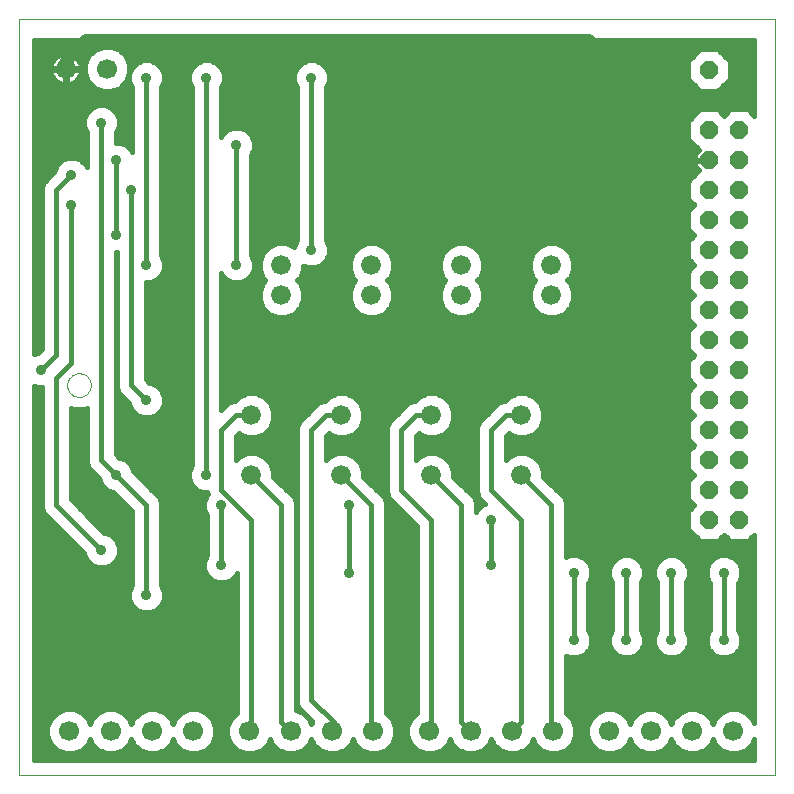
<source format=gbl>
G75*
G70*
%OFA0B0*%
%FSLAX24Y24*%
%IPPOS*%
%LPD*%
%AMOC8*
5,1,8,0,0,1.08239X$1,22.5*
%
%ADD10C,0.0000*%
%ADD11OC8,0.0594*%
%ADD12C,0.0669*%
%ADD13C,0.0660*%
%ADD14C,0.0356*%
%ADD15C,0.0400*%
%ADD16C,0.0160*%
%ADD17OC8,0.0591*%
D10*
X000101Y000101D02*
X000101Y025298D01*
X025298Y025298D01*
X025298Y000101D01*
X000101Y000101D01*
X001707Y013101D02*
X001709Y013140D01*
X001715Y013179D01*
X001725Y013217D01*
X001738Y013254D01*
X001755Y013289D01*
X001775Y013323D01*
X001799Y013354D01*
X001826Y013383D01*
X001855Y013409D01*
X001887Y013432D01*
X001921Y013452D01*
X001957Y013468D01*
X001994Y013480D01*
X002033Y013489D01*
X002072Y013494D01*
X002111Y013495D01*
X002150Y013492D01*
X002189Y013485D01*
X002226Y013474D01*
X002263Y013460D01*
X002298Y013442D01*
X002331Y013421D01*
X002362Y013396D01*
X002390Y013369D01*
X002415Y013339D01*
X002437Y013306D01*
X002456Y013272D01*
X002471Y013236D01*
X002483Y013198D01*
X002491Y013160D01*
X002495Y013121D01*
X002495Y013081D01*
X002491Y013042D01*
X002483Y013004D01*
X002471Y012966D01*
X002456Y012930D01*
X002437Y012896D01*
X002415Y012863D01*
X002390Y012833D01*
X002362Y012806D01*
X002331Y012781D01*
X002298Y012760D01*
X002263Y012742D01*
X002226Y012728D01*
X002189Y012717D01*
X002150Y012710D01*
X002111Y012707D01*
X002072Y012708D01*
X002033Y012713D01*
X001994Y012722D01*
X001957Y012734D01*
X001921Y012750D01*
X001887Y012770D01*
X001855Y012793D01*
X001826Y012819D01*
X001799Y012848D01*
X001775Y012879D01*
X001755Y012913D01*
X001738Y012948D01*
X001725Y012985D01*
X001715Y013023D01*
X001709Y013062D01*
X001707Y013101D01*
D11*
X023101Y012601D03*
X023101Y013601D03*
X023101Y014601D03*
X023101Y015601D03*
X023101Y016601D03*
X023101Y017601D03*
X023101Y018601D03*
X023101Y019601D03*
X023101Y020601D03*
X023101Y021601D03*
X024101Y021601D03*
X024101Y020601D03*
X024101Y019601D03*
X024101Y018601D03*
X024101Y017601D03*
X024101Y016601D03*
X024101Y015601D03*
X024101Y014601D03*
X024101Y013601D03*
X024101Y012601D03*
X024101Y011601D03*
X024101Y010601D03*
X024101Y009601D03*
X024101Y008601D03*
X023101Y008601D03*
X023101Y009601D03*
X023101Y010601D03*
X023101Y011601D03*
D12*
X022540Y001561D03*
X021162Y001561D03*
X019784Y001561D03*
X017918Y001561D03*
X016540Y001561D03*
X015162Y001561D03*
X013784Y001561D03*
X011918Y001561D03*
X010540Y001561D03*
X009162Y001561D03*
X007784Y001561D03*
X005918Y001561D03*
X004540Y001561D03*
X003162Y001561D03*
X001784Y001561D03*
X001662Y023640D03*
X003040Y023640D03*
X023918Y001561D03*
D13*
X016851Y010101D03*
X016851Y012101D03*
X013851Y012101D03*
X013851Y010101D03*
X010851Y010101D03*
X010851Y012101D03*
X007851Y012101D03*
X007851Y010101D03*
X008851Y016101D03*
X008851Y017101D03*
X011851Y017101D03*
X011851Y016101D03*
X014851Y016101D03*
X014851Y017101D03*
X017851Y017101D03*
X017851Y016101D03*
D14*
X020101Y020601D03*
X009851Y023351D03*
X007351Y021101D03*
X006351Y023351D03*
X004351Y023351D03*
X002851Y021851D03*
X003351Y020601D03*
X003851Y019601D03*
X003351Y018101D03*
X004351Y017101D03*
X005351Y018101D03*
X007351Y017101D03*
X009851Y017601D03*
X004351Y012601D03*
X003351Y010101D03*
X005351Y009101D03*
X006351Y010101D03*
X006851Y009101D03*
X006851Y007101D03*
X004351Y006101D03*
X002851Y007601D03*
X000851Y013601D03*
X001851Y019101D03*
X001851Y020101D03*
X011101Y009101D03*
X011101Y006851D03*
X015851Y007101D03*
X015851Y008601D03*
X018601Y006851D03*
X020351Y006851D03*
X021851Y006851D03*
X023601Y006851D03*
X023601Y004601D03*
X021851Y004601D03*
X020351Y004601D03*
X018601Y004601D03*
X019851Y009601D03*
D15*
X020101Y009601D01*
X020101Y020601D01*
X020101Y023601D01*
X019101Y024601D01*
X002351Y024601D01*
X001662Y023912D01*
X001662Y023640D01*
D16*
X001690Y023612D02*
X001690Y023668D01*
X002176Y023668D01*
X002176Y023681D01*
X002164Y023761D01*
X002139Y023838D01*
X002102Y023910D01*
X002054Y023975D01*
X001997Y024033D01*
X001932Y024080D01*
X001859Y024117D01*
X001782Y024142D01*
X001702Y024155D01*
X001690Y024155D01*
X001690Y023669D01*
X001633Y023669D01*
X001633Y024155D01*
X001621Y024155D01*
X001541Y024142D01*
X001464Y024117D01*
X001392Y024080D01*
X001327Y024033D01*
X001269Y023975D01*
X001222Y023910D01*
X001185Y023838D01*
X001160Y023761D01*
X001147Y023681D01*
X001147Y023668D01*
X001633Y023668D01*
X001633Y023612D01*
X001147Y023612D01*
X001147Y023600D01*
X001160Y023520D01*
X001185Y023443D01*
X001222Y023370D01*
X001269Y023305D01*
X001327Y023248D01*
X001392Y023200D01*
X001464Y023163D01*
X001541Y023138D01*
X001621Y023126D01*
X001633Y023126D01*
X001633Y023612D01*
X001690Y023612D01*
X002176Y023612D01*
X002176Y023600D01*
X002164Y023520D01*
X002139Y023443D01*
X002102Y023370D01*
X002054Y023305D01*
X001997Y023248D01*
X001932Y023200D01*
X001859Y023163D01*
X001782Y023138D01*
X001702Y023126D01*
X001690Y023126D01*
X001690Y023612D01*
X001690Y023565D02*
X001633Y023565D01*
X001633Y023407D02*
X001690Y023407D01*
X001690Y023248D02*
X001633Y023248D01*
X001326Y023248D02*
X000601Y023248D01*
X000601Y023090D02*
X002551Y023090D01*
X002624Y023017D02*
X002417Y023224D01*
X002305Y023494D01*
X002305Y023786D01*
X002417Y024056D01*
X002624Y024263D01*
X002894Y024375D01*
X003186Y024375D01*
X003456Y024263D01*
X003663Y024056D01*
X003774Y023786D01*
X003774Y023494D01*
X003663Y023224D01*
X003456Y023017D01*
X003186Y022906D01*
X002894Y022906D01*
X002624Y023017D01*
X002832Y022931D02*
X000601Y022931D01*
X000601Y022772D02*
X003871Y022772D01*
X003871Y022614D02*
X000601Y022614D01*
X000601Y022455D02*
X003871Y022455D01*
X003871Y022297D02*
X003222Y022297D01*
X003178Y022341D02*
X002966Y022429D01*
X002736Y022429D01*
X002523Y022341D01*
X002361Y022178D01*
X002273Y021966D01*
X002273Y021736D01*
X002361Y021523D01*
X002371Y021513D01*
X002371Y020356D01*
X002341Y020428D01*
X002178Y020591D01*
X001966Y020679D01*
X001736Y020679D01*
X001523Y020591D01*
X001361Y020428D01*
X001273Y020216D01*
X001273Y020201D01*
X001079Y020008D01*
X000944Y019873D01*
X000871Y019696D01*
X000871Y014300D01*
X000750Y014179D01*
X000736Y014179D01*
X000601Y014123D01*
X000601Y024601D01*
X024601Y024601D01*
X024601Y022086D01*
X024389Y022298D01*
X023812Y022298D01*
X023601Y022086D01*
X023389Y022298D01*
X022812Y022298D01*
X022404Y021889D01*
X022404Y021312D01*
X022771Y020945D01*
X022624Y020798D01*
X022624Y020619D01*
X023082Y020619D01*
X023082Y020582D01*
X022624Y020582D01*
X022624Y020403D01*
X022771Y020256D01*
X022404Y019889D01*
X022404Y019312D01*
X022615Y019101D01*
X022404Y018889D01*
X022404Y018312D01*
X022615Y018101D01*
X022404Y017889D01*
X022404Y017312D01*
X022615Y017101D01*
X022404Y016889D01*
X022404Y016312D01*
X022615Y016101D01*
X022404Y015889D01*
X022404Y015312D01*
X022615Y015101D01*
X022404Y014889D01*
X022404Y014312D01*
X022615Y014101D01*
X022404Y013889D01*
X022404Y013312D01*
X022615Y013101D01*
X022404Y012889D01*
X022404Y012312D01*
X022615Y012101D01*
X022404Y011889D01*
X022404Y011312D01*
X022615Y011101D01*
X022404Y010889D01*
X022404Y010312D01*
X022615Y010101D01*
X022404Y009889D01*
X022404Y009312D01*
X022615Y009101D01*
X022404Y008889D01*
X022404Y008312D01*
X022812Y007904D01*
X023389Y007904D01*
X023601Y008115D01*
X023812Y007904D01*
X024389Y007904D01*
X024601Y008115D01*
X024601Y001832D01*
X024540Y001978D01*
X024334Y002184D01*
X024064Y002296D01*
X023772Y002296D01*
X023502Y002184D01*
X023295Y001978D01*
X023229Y001818D01*
X023163Y001978D01*
X022956Y002184D01*
X022686Y002296D01*
X022394Y002296D01*
X022124Y002184D01*
X021917Y001978D01*
X021851Y001818D01*
X021785Y001978D01*
X021578Y002184D01*
X021308Y002296D01*
X021016Y002296D01*
X020746Y002184D01*
X020539Y001978D01*
X020473Y001818D01*
X020407Y001978D01*
X020200Y002184D01*
X019930Y002296D01*
X019638Y002296D01*
X019368Y002184D01*
X019161Y001978D01*
X019049Y001708D01*
X019049Y001415D01*
X019161Y001145D01*
X019368Y000939D01*
X019638Y000827D01*
X019930Y000827D01*
X020200Y000939D01*
X020407Y001145D01*
X020473Y001305D01*
X020539Y001145D01*
X020746Y000939D01*
X021016Y000827D01*
X021308Y000827D01*
X021578Y000939D01*
X021785Y001145D01*
X021851Y001305D01*
X021917Y001145D01*
X022124Y000939D01*
X022394Y000827D01*
X022686Y000827D01*
X022956Y000939D01*
X023163Y001145D01*
X023229Y001305D01*
X023295Y001145D01*
X023502Y000939D01*
X023772Y000827D01*
X024064Y000827D01*
X024334Y000939D01*
X024540Y001145D01*
X024601Y001291D01*
X024601Y000601D01*
X000601Y000601D01*
X000601Y013079D01*
X000736Y013023D01*
X000871Y013023D01*
X000871Y009005D01*
X000944Y008829D01*
X001079Y008694D01*
X002273Y007500D01*
X002273Y007486D01*
X002361Y007273D01*
X002523Y007111D01*
X002736Y007023D01*
X002966Y007023D01*
X003178Y007111D01*
X003341Y007273D01*
X003429Y007486D01*
X003429Y007716D01*
X003341Y007928D01*
X003178Y008091D01*
X002966Y008179D01*
X002951Y008179D01*
X001831Y009300D01*
X001831Y012354D01*
X001943Y012307D01*
X002259Y012307D01*
X002371Y012354D01*
X002371Y010505D01*
X002444Y010329D01*
X002579Y010194D01*
X002773Y010000D01*
X002773Y009986D01*
X002861Y009773D01*
X003023Y009611D01*
X003236Y009523D01*
X003250Y009523D01*
X003871Y008902D01*
X003871Y006438D01*
X003861Y006428D01*
X003773Y006216D01*
X003773Y005986D01*
X003861Y005773D01*
X004023Y005611D01*
X004236Y005523D01*
X004466Y005523D01*
X004678Y005611D01*
X004841Y005773D01*
X004929Y005986D01*
X004929Y006216D01*
X004841Y006428D01*
X004831Y006438D01*
X004831Y009196D01*
X004758Y009373D01*
X004623Y009508D01*
X003929Y010201D01*
X003929Y010216D01*
X003841Y010428D01*
X003678Y010591D01*
X003466Y010679D01*
X003451Y010679D01*
X003331Y010800D01*
X003331Y017523D01*
X003371Y017523D01*
X003371Y013005D01*
X003444Y012829D01*
X003579Y012694D01*
X003773Y012500D01*
X003773Y012486D01*
X003861Y012273D01*
X004023Y012111D01*
X004236Y012023D01*
X004466Y012023D01*
X004678Y012111D01*
X004841Y012273D01*
X004929Y012486D01*
X004929Y012716D01*
X004841Y012928D01*
X004678Y013091D01*
X004466Y013179D01*
X004451Y013179D01*
X004331Y013300D01*
X004331Y016523D01*
X004466Y016523D01*
X004678Y016611D01*
X004841Y016773D01*
X004929Y016986D01*
X004929Y017216D01*
X004841Y017428D01*
X004831Y017438D01*
X004831Y023013D01*
X004841Y023023D01*
X004929Y023236D01*
X004929Y023466D01*
X004841Y023678D01*
X004678Y023841D01*
X004466Y023929D01*
X004236Y023929D01*
X004023Y023841D01*
X003861Y023678D01*
X003773Y023466D01*
X003773Y023236D01*
X003861Y023023D01*
X003871Y023013D01*
X003871Y020856D01*
X003841Y020928D01*
X003678Y021091D01*
X003466Y021179D01*
X003331Y021179D01*
X003331Y021513D01*
X003341Y021523D01*
X003429Y021736D01*
X003429Y021966D01*
X003341Y022178D01*
X003178Y022341D01*
X003357Y022138D02*
X003871Y022138D01*
X003871Y021980D02*
X003423Y021980D01*
X003429Y021821D02*
X003871Y021821D01*
X003871Y021663D02*
X003399Y021663D01*
X003331Y021504D02*
X003871Y021504D01*
X003871Y021346D02*
X003331Y021346D01*
X003331Y021187D02*
X003871Y021187D01*
X003871Y021029D02*
X003741Y021029D01*
X003865Y020870D02*
X003871Y020870D01*
X003351Y020601D02*
X003351Y018101D01*
X003331Y017382D02*
X003371Y017382D01*
X003371Y017223D02*
X003331Y017223D01*
X003331Y017065D02*
X003371Y017065D01*
X003371Y016906D02*
X003331Y016906D01*
X003331Y016748D02*
X003371Y016748D01*
X003371Y016589D02*
X003331Y016589D01*
X003331Y016431D02*
X003371Y016431D01*
X003371Y016272D02*
X003331Y016272D01*
X003331Y016114D02*
X003371Y016114D01*
X003371Y015955D02*
X003331Y015955D01*
X003331Y015797D02*
X003371Y015797D01*
X003371Y015638D02*
X003331Y015638D01*
X003331Y015479D02*
X003371Y015479D01*
X003371Y015321D02*
X003331Y015321D01*
X003331Y015162D02*
X003371Y015162D01*
X003371Y015004D02*
X003331Y015004D01*
X003331Y014845D02*
X003371Y014845D01*
X003371Y014687D02*
X003331Y014687D01*
X003331Y014528D02*
X003371Y014528D01*
X003371Y014370D02*
X003331Y014370D01*
X003331Y014211D02*
X003371Y014211D01*
X003371Y014053D02*
X003331Y014053D01*
X003331Y013894D02*
X003371Y013894D01*
X003371Y013736D02*
X003331Y013736D01*
X003331Y013577D02*
X003371Y013577D01*
X003371Y013418D02*
X003331Y013418D01*
X003331Y013260D02*
X003371Y013260D01*
X003371Y013101D02*
X003331Y013101D01*
X003331Y012943D02*
X003397Y012943D01*
X003331Y012784D02*
X003488Y012784D01*
X003331Y012626D02*
X003647Y012626D01*
X003780Y012467D02*
X003331Y012467D01*
X003331Y012309D02*
X003846Y012309D01*
X003984Y012150D02*
X003331Y012150D01*
X003331Y011992D02*
X005871Y011992D01*
X005871Y012150D02*
X004718Y012150D01*
X004855Y012309D02*
X005871Y012309D01*
X005871Y012467D02*
X004921Y012467D01*
X004929Y012626D02*
X005871Y012626D01*
X005871Y012784D02*
X004901Y012784D01*
X004826Y012943D02*
X005871Y012943D01*
X005871Y013101D02*
X004653Y013101D01*
X004370Y013260D02*
X005871Y013260D01*
X005871Y013418D02*
X004331Y013418D01*
X004331Y013577D02*
X005871Y013577D01*
X005871Y013736D02*
X004331Y013736D01*
X004331Y013894D02*
X005871Y013894D01*
X005871Y014053D02*
X004331Y014053D01*
X004331Y014211D02*
X005871Y014211D01*
X005871Y014370D02*
X004331Y014370D01*
X004331Y014528D02*
X005871Y014528D01*
X005871Y014687D02*
X004331Y014687D01*
X004331Y014845D02*
X005871Y014845D01*
X005871Y015004D02*
X004331Y015004D01*
X004331Y015162D02*
X005871Y015162D01*
X005871Y015321D02*
X004331Y015321D01*
X004331Y015479D02*
X005871Y015479D01*
X005871Y015638D02*
X004331Y015638D01*
X004331Y015797D02*
X005871Y015797D01*
X005871Y015955D02*
X004331Y015955D01*
X004331Y016114D02*
X005871Y016114D01*
X005871Y016272D02*
X004331Y016272D01*
X004331Y016431D02*
X005871Y016431D01*
X005871Y016589D02*
X004627Y016589D01*
X004815Y016748D02*
X005871Y016748D01*
X005871Y016906D02*
X004896Y016906D01*
X004929Y017065D02*
X005871Y017065D01*
X005871Y017223D02*
X004926Y017223D01*
X004860Y017382D02*
X005871Y017382D01*
X005871Y017541D02*
X004831Y017541D01*
X004831Y017699D02*
X005871Y017699D01*
X005871Y017858D02*
X004831Y017858D01*
X004831Y018016D02*
X005871Y018016D01*
X005871Y018175D02*
X004831Y018175D01*
X004831Y018333D02*
X005871Y018333D01*
X005871Y018492D02*
X004831Y018492D01*
X004831Y018650D02*
X005871Y018650D01*
X005871Y018809D02*
X004831Y018809D01*
X004831Y018967D02*
X005871Y018967D01*
X005871Y019126D02*
X004831Y019126D01*
X004831Y019285D02*
X005871Y019285D01*
X005871Y019443D02*
X004831Y019443D01*
X004831Y019602D02*
X005871Y019602D01*
X005871Y019760D02*
X004831Y019760D01*
X004831Y019919D02*
X005871Y019919D01*
X005871Y020077D02*
X004831Y020077D01*
X004831Y020236D02*
X005871Y020236D01*
X005871Y020394D02*
X004831Y020394D01*
X004831Y020553D02*
X005871Y020553D01*
X005871Y020711D02*
X004831Y020711D01*
X004831Y020870D02*
X005871Y020870D01*
X005871Y021029D02*
X004831Y021029D01*
X004831Y021187D02*
X005871Y021187D01*
X005871Y021346D02*
X004831Y021346D01*
X004831Y021504D02*
X005871Y021504D01*
X005871Y021663D02*
X004831Y021663D01*
X004831Y021821D02*
X005871Y021821D01*
X005871Y021980D02*
X004831Y021980D01*
X004831Y022138D02*
X005871Y022138D01*
X005871Y022297D02*
X004831Y022297D01*
X004831Y022455D02*
X005871Y022455D01*
X005871Y022614D02*
X004831Y022614D01*
X004831Y022772D02*
X005871Y022772D01*
X005871Y022931D02*
X004831Y022931D01*
X004868Y023090D02*
X005833Y023090D01*
X005861Y023023D02*
X005871Y023013D01*
X005871Y010438D01*
X005861Y010428D01*
X005773Y010216D01*
X005773Y009986D01*
X005861Y009773D01*
X006023Y009611D01*
X006236Y009523D01*
X006371Y009523D01*
X006371Y009505D01*
X006390Y009458D01*
X006361Y009428D01*
X006273Y009216D01*
X006273Y008986D01*
X006361Y008773D01*
X006371Y008763D01*
X006371Y007438D01*
X006361Y007428D01*
X006273Y007216D01*
X006273Y006986D01*
X006361Y006773D01*
X006523Y006611D01*
X006736Y006523D01*
X006966Y006523D01*
X007178Y006611D01*
X007341Y006773D01*
X007371Y006846D01*
X007371Y002185D01*
X007368Y002184D01*
X007161Y001978D01*
X007049Y001708D01*
X007049Y001415D01*
X007161Y001145D01*
X007368Y000939D01*
X007638Y000827D01*
X007930Y000827D01*
X008200Y000939D01*
X008407Y001145D01*
X008473Y001305D01*
X008539Y001145D01*
X008746Y000939D01*
X009016Y000827D01*
X009308Y000827D01*
X009578Y000939D01*
X009785Y001145D01*
X009851Y001305D01*
X009917Y001145D01*
X010124Y000939D01*
X010394Y000827D01*
X010686Y000827D01*
X010956Y000939D01*
X011163Y001145D01*
X011229Y001305D01*
X011295Y001145D01*
X011502Y000939D01*
X011772Y000827D01*
X012064Y000827D01*
X012334Y000939D01*
X012540Y001145D01*
X012652Y001415D01*
X012652Y001708D01*
X012540Y001978D01*
X012334Y002184D01*
X012331Y002185D01*
X012331Y009196D01*
X012258Y009373D01*
X012123Y009508D01*
X011581Y010050D01*
X011581Y010246D01*
X011470Y010514D01*
X011264Y010720D01*
X010996Y010831D01*
X010706Y010831D01*
X010437Y010720D01*
X010331Y010613D01*
X010331Y011402D01*
X010424Y011495D01*
X010437Y011482D01*
X010706Y011371D01*
X010996Y011371D01*
X011264Y011482D01*
X011470Y011687D01*
X011581Y011956D01*
X011581Y012246D01*
X011470Y012514D01*
X011264Y012720D01*
X010996Y012831D01*
X010706Y012831D01*
X010437Y012720D01*
X010298Y012581D01*
X010255Y012581D01*
X010079Y012508D01*
X009444Y011873D01*
X009371Y011696D01*
X009371Y011505D01*
X009371Y002693D01*
X009369Y002689D01*
X009371Y002598D01*
X009371Y002505D01*
X009372Y002502D01*
X009372Y002498D01*
X009409Y002414D01*
X009444Y002329D01*
X009446Y002326D01*
X009448Y002323D01*
X009513Y002259D01*
X009579Y002194D01*
X009582Y002192D01*
X009884Y001899D01*
X009851Y001818D01*
X009785Y001978D01*
X009578Y002184D01*
X009331Y002287D01*
X009331Y009196D01*
X009258Y009373D01*
X009123Y009508D01*
X008581Y010050D01*
X008581Y010246D01*
X008470Y010514D01*
X008264Y010720D01*
X007996Y010831D01*
X007706Y010831D01*
X007437Y010720D01*
X007331Y010613D01*
X007331Y011402D01*
X007424Y011495D01*
X007437Y011482D01*
X007706Y011371D01*
X007996Y011371D01*
X008264Y011482D01*
X008470Y011687D01*
X008581Y011956D01*
X008581Y012246D01*
X008470Y012514D01*
X008264Y012720D01*
X007996Y012831D01*
X007706Y012831D01*
X007437Y012720D01*
X007298Y012581D01*
X007255Y012581D01*
X007079Y012508D01*
X006831Y012260D01*
X006831Y016846D01*
X006861Y016773D01*
X007023Y016611D01*
X007236Y016523D01*
X007466Y016523D01*
X007678Y016611D01*
X007841Y016773D01*
X007929Y016986D01*
X007929Y017216D01*
X007841Y017428D01*
X007831Y017438D01*
X007831Y020763D01*
X007841Y020773D01*
X007929Y020986D01*
X007929Y021216D01*
X007841Y021428D01*
X007678Y021591D01*
X007466Y021679D01*
X007236Y021679D01*
X007023Y021591D01*
X006861Y021428D01*
X006831Y021356D01*
X006831Y023013D01*
X006841Y023023D01*
X006929Y023236D01*
X006929Y023466D01*
X006841Y023678D01*
X006678Y023841D01*
X006466Y023929D01*
X006236Y023929D01*
X006023Y023841D01*
X005861Y023678D01*
X005773Y023466D01*
X005773Y023236D01*
X005861Y023023D01*
X005773Y023248D02*
X004929Y023248D01*
X004929Y023407D02*
X005773Y023407D01*
X005814Y023565D02*
X004888Y023565D01*
X004795Y023724D02*
X005906Y023724D01*
X006123Y023882D02*
X004578Y023882D01*
X004123Y023882D02*
X003735Y023882D01*
X003774Y023724D02*
X003906Y023724D01*
X003814Y023565D02*
X003774Y023565D01*
X003773Y023407D02*
X003738Y023407D01*
X003773Y023248D02*
X003672Y023248D01*
X003528Y023090D02*
X003833Y023090D01*
X003871Y022931D02*
X003247Y022931D01*
X002407Y023248D02*
X001998Y023248D01*
X002120Y023407D02*
X002341Y023407D01*
X002305Y023565D02*
X002171Y023565D01*
X002170Y023724D02*
X002305Y023724D01*
X002345Y023882D02*
X002116Y023882D01*
X001986Y024041D02*
X002411Y024041D01*
X002560Y024199D02*
X000601Y024199D01*
X000601Y024041D02*
X001338Y024041D01*
X001208Y023882D02*
X000601Y023882D01*
X000601Y023724D02*
X001154Y023724D01*
X001153Y023565D02*
X000601Y023565D01*
X000601Y023407D02*
X001203Y023407D01*
X001633Y023724D02*
X001690Y023724D01*
X001690Y023882D02*
X001633Y023882D01*
X001633Y024041D02*
X001690Y024041D01*
X000601Y024358D02*
X002853Y024358D01*
X003227Y024358D02*
X024601Y024358D01*
X024601Y024516D02*
X000601Y024516D01*
X000601Y022297D02*
X002479Y022297D01*
X002344Y022138D02*
X000601Y022138D01*
X000601Y021980D02*
X002279Y021980D01*
X002273Y021821D02*
X000601Y021821D01*
X000601Y021663D02*
X002303Y021663D01*
X002371Y021504D02*
X000601Y021504D01*
X000601Y021346D02*
X002371Y021346D01*
X002371Y021187D02*
X000601Y021187D01*
X000601Y021029D02*
X002371Y021029D01*
X002371Y020870D02*
X000601Y020870D01*
X000601Y020711D02*
X002371Y020711D01*
X002371Y020553D02*
X002216Y020553D01*
X002355Y020394D02*
X002371Y020394D01*
X001851Y020101D02*
X001351Y019601D01*
X001351Y014101D01*
X000851Y013601D01*
X001351Y013351D02*
X001851Y013851D01*
X001851Y019101D01*
X000871Y019126D02*
X000601Y019126D01*
X000601Y019285D02*
X000871Y019285D01*
X000871Y019443D02*
X000601Y019443D01*
X000601Y019602D02*
X000871Y019602D01*
X000897Y019760D02*
X000601Y019760D01*
X000601Y019919D02*
X000990Y019919D01*
X001148Y020077D02*
X000601Y020077D01*
X000601Y020236D02*
X001281Y020236D01*
X001347Y020394D02*
X000601Y020394D01*
X000601Y020553D02*
X001485Y020553D01*
X000871Y018967D02*
X000601Y018967D01*
X000601Y018809D02*
X000871Y018809D01*
X000871Y018650D02*
X000601Y018650D01*
X000601Y018492D02*
X000871Y018492D01*
X000871Y018333D02*
X000601Y018333D01*
X000601Y018175D02*
X000871Y018175D01*
X000871Y018016D02*
X000601Y018016D01*
X000601Y017858D02*
X000871Y017858D01*
X000871Y017699D02*
X000601Y017699D01*
X000601Y017541D02*
X000871Y017541D01*
X000871Y017382D02*
X000601Y017382D01*
X000601Y017223D02*
X000871Y017223D01*
X000871Y017065D02*
X000601Y017065D01*
X000601Y016906D02*
X000871Y016906D01*
X000871Y016748D02*
X000601Y016748D01*
X000601Y016589D02*
X000871Y016589D01*
X000871Y016431D02*
X000601Y016431D01*
X000601Y016272D02*
X000871Y016272D01*
X000871Y016114D02*
X000601Y016114D01*
X000601Y015955D02*
X000871Y015955D01*
X000871Y015797D02*
X000601Y015797D01*
X000601Y015638D02*
X000871Y015638D01*
X000871Y015479D02*
X000601Y015479D01*
X000601Y015321D02*
X000871Y015321D01*
X000871Y015162D02*
X000601Y015162D01*
X000601Y015004D02*
X000871Y015004D01*
X000871Y014845D02*
X000601Y014845D01*
X000601Y014687D02*
X000871Y014687D01*
X000871Y014528D02*
X000601Y014528D01*
X000601Y014370D02*
X000871Y014370D01*
X000782Y014211D02*
X000601Y014211D01*
X001351Y013351D02*
X001351Y009101D01*
X002851Y007601D01*
X003303Y007235D02*
X003871Y007235D01*
X003871Y007077D02*
X003096Y007077D01*
X003391Y007394D02*
X003871Y007394D01*
X003871Y007552D02*
X003429Y007552D01*
X003429Y007711D02*
X003871Y007711D01*
X003871Y007869D02*
X003365Y007869D01*
X003241Y008028D02*
X003871Y008028D01*
X003871Y008186D02*
X002944Y008186D01*
X002785Y008345D02*
X003871Y008345D01*
X003871Y008504D02*
X002627Y008504D01*
X002468Y008662D02*
X003871Y008662D01*
X003871Y008821D02*
X002310Y008821D01*
X002151Y008979D02*
X003794Y008979D01*
X003635Y009138D02*
X001993Y009138D01*
X001834Y009296D02*
X003476Y009296D01*
X003318Y009455D02*
X001831Y009455D01*
X001831Y009613D02*
X003021Y009613D01*
X002862Y009772D02*
X001831Y009772D01*
X001831Y009930D02*
X002796Y009930D01*
X002684Y010089D02*
X001831Y010089D01*
X001831Y010248D02*
X002525Y010248D01*
X002412Y010406D02*
X001831Y010406D01*
X001831Y010565D02*
X002371Y010565D01*
X002371Y010723D02*
X001831Y010723D01*
X001831Y010882D02*
X002371Y010882D01*
X002371Y011040D02*
X001831Y011040D01*
X001831Y011199D02*
X002371Y011199D01*
X002371Y011357D02*
X001831Y011357D01*
X001831Y011516D02*
X002371Y011516D01*
X002371Y011674D02*
X001831Y011674D01*
X001831Y011833D02*
X002371Y011833D01*
X002371Y011992D02*
X001831Y011992D01*
X001831Y012150D02*
X002371Y012150D01*
X002371Y012309D02*
X002262Y012309D01*
X001939Y012309D02*
X001831Y012309D01*
X000871Y012309D02*
X000601Y012309D01*
X000601Y012467D02*
X000871Y012467D01*
X000871Y012626D02*
X000601Y012626D01*
X000601Y012784D02*
X000871Y012784D01*
X000871Y012943D02*
X000601Y012943D01*
X000601Y012150D02*
X000871Y012150D01*
X000871Y011992D02*
X000601Y011992D01*
X000601Y011833D02*
X000871Y011833D01*
X000871Y011674D02*
X000601Y011674D01*
X000601Y011516D02*
X000871Y011516D01*
X000871Y011357D02*
X000601Y011357D01*
X000601Y011199D02*
X000871Y011199D01*
X000871Y011040D02*
X000601Y011040D01*
X000601Y010882D02*
X000871Y010882D01*
X000871Y010723D02*
X000601Y010723D01*
X000601Y010565D02*
X000871Y010565D01*
X000871Y010406D02*
X000601Y010406D01*
X000601Y010248D02*
X000871Y010248D01*
X000871Y010089D02*
X000601Y010089D01*
X000601Y009930D02*
X000871Y009930D01*
X000871Y009772D02*
X000601Y009772D01*
X000601Y009613D02*
X000871Y009613D01*
X000871Y009455D02*
X000601Y009455D01*
X000601Y009296D02*
X000871Y009296D01*
X000871Y009138D02*
X000601Y009138D01*
X000601Y008979D02*
X000882Y008979D01*
X000952Y008821D02*
X000601Y008821D01*
X000601Y008662D02*
X001111Y008662D01*
X001269Y008504D02*
X000601Y008504D01*
X000601Y008345D02*
X001428Y008345D01*
X001586Y008186D02*
X000601Y008186D01*
X000601Y008028D02*
X001745Y008028D01*
X001903Y007869D02*
X000601Y007869D01*
X000601Y007711D02*
X002062Y007711D01*
X002220Y007552D02*
X000601Y007552D01*
X000601Y007394D02*
X002311Y007394D01*
X002399Y007235D02*
X000601Y007235D01*
X000601Y007077D02*
X002605Y007077D01*
X003801Y006284D02*
X000601Y006284D01*
X000601Y006443D02*
X003871Y006443D01*
X003871Y006601D02*
X000601Y006601D01*
X000601Y006760D02*
X003871Y006760D01*
X003871Y006918D02*
X000601Y006918D01*
X000601Y006125D02*
X003773Y006125D01*
X003780Y005967D02*
X000601Y005967D01*
X000601Y005808D02*
X003846Y005808D01*
X003984Y005650D02*
X000601Y005650D01*
X000601Y005491D02*
X007371Y005491D01*
X007371Y005333D02*
X000601Y005333D01*
X000601Y005174D02*
X007371Y005174D01*
X007371Y005016D02*
X000601Y005016D01*
X000601Y004857D02*
X007371Y004857D01*
X007371Y004699D02*
X000601Y004699D01*
X000601Y004540D02*
X007371Y004540D01*
X007371Y004381D02*
X000601Y004381D01*
X000601Y004223D02*
X007371Y004223D01*
X007371Y004064D02*
X000601Y004064D01*
X000601Y003906D02*
X007371Y003906D01*
X007371Y003747D02*
X000601Y003747D01*
X000601Y003589D02*
X007371Y003589D01*
X007371Y003430D02*
X000601Y003430D01*
X000601Y003272D02*
X007371Y003272D01*
X007371Y003113D02*
X000601Y003113D01*
X000601Y002955D02*
X007371Y002955D01*
X007371Y002796D02*
X000601Y002796D01*
X000601Y002637D02*
X007371Y002637D01*
X007371Y002479D02*
X000601Y002479D01*
X000601Y002320D02*
X007371Y002320D01*
X007345Y002162D02*
X006356Y002162D01*
X006334Y002184D02*
X006064Y002296D01*
X005772Y002296D01*
X005502Y002184D01*
X005295Y001978D01*
X005229Y001818D01*
X005163Y001978D01*
X004956Y002184D01*
X004686Y002296D01*
X004394Y002296D01*
X004124Y002184D01*
X003917Y001978D01*
X003851Y001818D01*
X003785Y001978D01*
X003578Y002184D01*
X003308Y002296D01*
X003016Y002296D01*
X002746Y002184D01*
X002539Y001978D01*
X002473Y001818D01*
X002407Y001978D01*
X002200Y002184D01*
X001930Y002296D01*
X001638Y002296D01*
X001368Y002184D01*
X001161Y001978D01*
X001049Y001708D01*
X001049Y001415D01*
X001161Y001145D01*
X001368Y000939D01*
X001638Y000827D01*
X001930Y000827D01*
X002200Y000939D01*
X002407Y001145D01*
X002473Y001305D01*
X002539Y001145D01*
X002746Y000939D01*
X003016Y000827D01*
X003308Y000827D01*
X003578Y000939D01*
X003785Y001145D01*
X003851Y001305D01*
X003917Y001145D01*
X004124Y000939D01*
X004394Y000827D01*
X004686Y000827D01*
X004956Y000939D01*
X005163Y001145D01*
X005229Y001305D01*
X005295Y001145D01*
X005502Y000939D01*
X005772Y000827D01*
X006064Y000827D01*
X006334Y000939D01*
X006540Y001145D01*
X006652Y001415D01*
X006652Y001708D01*
X006540Y001978D01*
X006334Y002184D01*
X006515Y002003D02*
X007187Y002003D01*
X007106Y001845D02*
X006596Y001845D01*
X006652Y001686D02*
X007049Y001686D01*
X007049Y001528D02*
X006652Y001528D01*
X006633Y001369D02*
X007068Y001369D01*
X007134Y001211D02*
X006568Y001211D01*
X006447Y001052D02*
X007254Y001052D01*
X007477Y000894D02*
X006225Y000894D01*
X005610Y000894D02*
X004847Y000894D01*
X005069Y001052D02*
X005388Y001052D01*
X005268Y001211D02*
X005190Y001211D01*
X005218Y001845D02*
X005240Y001845D01*
X005321Y002003D02*
X005137Y002003D01*
X004978Y002162D02*
X005479Y002162D01*
X004101Y002162D02*
X003600Y002162D01*
X003759Y002003D02*
X003943Y002003D01*
X003862Y001845D02*
X003840Y001845D01*
X003812Y001211D02*
X003890Y001211D01*
X004010Y001052D02*
X003691Y001052D01*
X003469Y000894D02*
X004232Y000894D01*
X002855Y000894D02*
X002091Y000894D01*
X002313Y001052D02*
X002632Y001052D01*
X002512Y001211D02*
X002434Y001211D01*
X002462Y001845D02*
X002484Y001845D01*
X002565Y002003D02*
X002381Y002003D01*
X002222Y002162D02*
X002723Y002162D01*
X001345Y002162D02*
X000601Y002162D01*
X000601Y002003D02*
X001187Y002003D01*
X001106Y001845D02*
X000601Y001845D01*
X000601Y001686D02*
X001049Y001686D01*
X001049Y001528D02*
X000601Y001528D01*
X000601Y001369D02*
X001068Y001369D01*
X001134Y001211D02*
X000601Y001211D01*
X000601Y001052D02*
X001254Y001052D01*
X001477Y000894D02*
X000601Y000894D01*
X000601Y000735D02*
X024601Y000735D01*
X024601Y000894D02*
X024225Y000894D01*
X024447Y001052D02*
X024601Y001052D01*
X024601Y001211D02*
X024568Y001211D01*
X024596Y001845D02*
X024601Y001845D01*
X024601Y002003D02*
X024515Y002003D01*
X024601Y002162D02*
X024356Y002162D01*
X024601Y002320D02*
X018331Y002320D01*
X018331Y002185D02*
X018331Y004087D01*
X018486Y004023D01*
X018716Y004023D01*
X018928Y004111D01*
X019091Y004273D01*
X019179Y004486D01*
X019179Y004716D01*
X019091Y004928D01*
X019081Y004938D01*
X019081Y006513D01*
X019091Y006523D01*
X019179Y006736D01*
X019179Y006966D01*
X019091Y007178D01*
X018928Y007341D01*
X018716Y007429D01*
X018486Y007429D01*
X018331Y007365D01*
X018331Y009196D01*
X018258Y009373D01*
X018123Y009508D01*
X017581Y010050D01*
X017581Y010246D01*
X017470Y010514D01*
X017264Y010720D01*
X016996Y010831D01*
X016706Y010831D01*
X016437Y010720D01*
X016331Y010613D01*
X016331Y011402D01*
X016424Y011495D01*
X016437Y011482D01*
X016706Y011371D01*
X016996Y011371D01*
X017264Y011482D01*
X017470Y011687D01*
X017581Y011956D01*
X017581Y012246D01*
X017470Y012514D01*
X017264Y012720D01*
X016996Y012831D01*
X016706Y012831D01*
X016437Y012720D01*
X016298Y012581D01*
X016255Y012581D01*
X016079Y012508D01*
X015579Y012008D01*
X015444Y011873D01*
X015371Y011696D01*
X015371Y009696D01*
X015371Y009505D01*
X015444Y009329D01*
X015635Y009137D01*
X015523Y009091D01*
X015361Y008928D01*
X015331Y008856D01*
X015331Y009196D01*
X015258Y009373D01*
X015123Y009508D01*
X014581Y010050D01*
X014581Y010246D01*
X014470Y010514D01*
X014264Y010720D01*
X013996Y010831D01*
X013706Y010831D01*
X013437Y010720D01*
X013331Y010613D01*
X013331Y011402D01*
X013424Y011495D01*
X013437Y011482D01*
X013706Y011371D01*
X013996Y011371D01*
X014264Y011482D01*
X014470Y011687D01*
X014581Y011956D01*
X014581Y012246D01*
X014470Y012514D01*
X014264Y012720D01*
X013996Y012831D01*
X013706Y012831D01*
X013437Y012720D01*
X013298Y012581D01*
X013255Y012581D01*
X013079Y012508D01*
X012579Y012008D01*
X012444Y011873D01*
X012371Y011696D01*
X012371Y009696D01*
X012371Y009505D01*
X012444Y009329D01*
X013371Y008402D01*
X013371Y002185D01*
X013368Y002184D01*
X013161Y001978D01*
X013049Y001708D01*
X013049Y001415D01*
X013161Y001145D01*
X013368Y000939D01*
X013638Y000827D01*
X013930Y000827D01*
X014200Y000939D01*
X014407Y001145D01*
X014473Y001305D01*
X014539Y001145D01*
X014746Y000939D01*
X015016Y000827D01*
X015308Y000827D01*
X015578Y000939D01*
X015785Y001145D01*
X015851Y001305D01*
X015917Y001145D01*
X016124Y000939D01*
X016394Y000827D01*
X016686Y000827D01*
X016956Y000939D01*
X017163Y001145D01*
X017229Y001305D01*
X017295Y001145D01*
X017502Y000939D01*
X017772Y000827D01*
X018064Y000827D01*
X018334Y000939D01*
X018540Y001145D01*
X018652Y001415D01*
X018652Y001708D01*
X018540Y001978D01*
X018334Y002184D01*
X018331Y002185D01*
X018356Y002162D02*
X019345Y002162D01*
X019187Y002003D02*
X018515Y002003D01*
X018596Y001845D02*
X019106Y001845D01*
X019049Y001686D02*
X018652Y001686D01*
X018652Y001528D02*
X019049Y001528D01*
X019068Y001369D02*
X018633Y001369D01*
X018568Y001211D02*
X019134Y001211D01*
X019254Y001052D02*
X018447Y001052D01*
X018225Y000894D02*
X019477Y000894D01*
X020091Y000894D02*
X020855Y000894D01*
X020632Y001052D02*
X020313Y001052D01*
X020434Y001211D02*
X020512Y001211D01*
X020484Y001845D02*
X020462Y001845D01*
X020381Y002003D02*
X020565Y002003D01*
X020723Y002162D02*
X020222Y002162D01*
X021469Y000894D02*
X022232Y000894D01*
X022010Y001052D02*
X021691Y001052D01*
X021812Y001211D02*
X021890Y001211D01*
X021862Y001845D02*
X021840Y001845D01*
X021759Y002003D02*
X021943Y002003D01*
X022101Y002162D02*
X021600Y002162D01*
X022978Y002162D02*
X023479Y002162D01*
X023321Y002003D02*
X023137Y002003D01*
X023218Y001845D02*
X023240Y001845D01*
X023268Y001211D02*
X023190Y001211D01*
X023069Y001052D02*
X023388Y001052D01*
X023610Y000894D02*
X022847Y000894D01*
X024601Y002479D02*
X018331Y002479D01*
X018331Y002637D02*
X024601Y002637D01*
X024601Y002796D02*
X018331Y002796D01*
X018331Y002955D02*
X024601Y002955D01*
X024601Y003113D02*
X018331Y003113D01*
X018331Y003272D02*
X024601Y003272D01*
X024601Y003430D02*
X018331Y003430D01*
X018331Y003589D02*
X024601Y003589D01*
X024601Y003747D02*
X018331Y003747D01*
X018331Y003906D02*
X024601Y003906D01*
X024601Y004064D02*
X023816Y004064D01*
X023716Y004023D02*
X023486Y004023D01*
X023273Y004111D01*
X023111Y004273D01*
X023023Y004486D01*
X023023Y004716D01*
X023111Y004928D01*
X023121Y004938D01*
X023121Y006513D01*
X023111Y006523D01*
X023023Y006736D01*
X023023Y006966D01*
X023111Y007178D01*
X023273Y007341D01*
X023486Y007429D01*
X023716Y007429D01*
X023928Y007341D01*
X024091Y007178D01*
X024179Y006966D01*
X024179Y006736D01*
X024091Y006523D01*
X024081Y006513D01*
X024081Y004938D01*
X024091Y004928D01*
X024179Y004716D01*
X024179Y004486D01*
X024091Y004273D01*
X023928Y004111D01*
X023716Y004023D01*
X023385Y004064D02*
X022066Y004064D01*
X021966Y004023D02*
X022178Y004111D01*
X022341Y004273D01*
X022429Y004486D01*
X022429Y004716D01*
X022341Y004928D01*
X022331Y004938D01*
X022331Y006513D01*
X022341Y006523D01*
X022429Y006736D01*
X022429Y006966D01*
X022341Y007178D01*
X022178Y007341D01*
X021966Y007429D01*
X021736Y007429D01*
X021523Y007341D01*
X021361Y007178D01*
X021273Y006966D01*
X021273Y006736D01*
X021361Y006523D01*
X021371Y006513D01*
X021371Y004938D01*
X021361Y004928D01*
X021273Y004716D01*
X021273Y004486D01*
X021361Y004273D01*
X021523Y004111D01*
X021736Y004023D01*
X021966Y004023D01*
X021635Y004064D02*
X020566Y004064D01*
X020466Y004023D02*
X020678Y004111D01*
X020841Y004273D01*
X020929Y004486D01*
X020929Y004716D01*
X020841Y004928D01*
X020831Y004938D01*
X020831Y006513D01*
X020841Y006523D01*
X020929Y006736D01*
X020929Y006966D01*
X020841Y007178D01*
X020678Y007341D01*
X020466Y007429D01*
X020236Y007429D01*
X020023Y007341D01*
X019861Y007178D01*
X019773Y006966D01*
X019773Y006736D01*
X019861Y006523D01*
X019871Y006513D01*
X019871Y004938D01*
X019861Y004928D01*
X019773Y004716D01*
X019773Y004486D01*
X019861Y004273D01*
X020023Y004111D01*
X020236Y004023D01*
X020466Y004023D01*
X020135Y004064D02*
X018816Y004064D01*
X019040Y004223D02*
X019911Y004223D01*
X019816Y004381D02*
X019136Y004381D01*
X019179Y004540D02*
X019773Y004540D01*
X019773Y004699D02*
X019179Y004699D01*
X019120Y004857D02*
X019831Y004857D01*
X019871Y005016D02*
X019081Y005016D01*
X019081Y005174D02*
X019871Y005174D01*
X019871Y005333D02*
X019081Y005333D01*
X019081Y005491D02*
X019871Y005491D01*
X019871Y005650D02*
X019081Y005650D01*
X019081Y005808D02*
X019871Y005808D01*
X019871Y005967D02*
X019081Y005967D01*
X019081Y006125D02*
X019871Y006125D01*
X019871Y006284D02*
X019081Y006284D01*
X019081Y006443D02*
X019871Y006443D01*
X019828Y006601D02*
X019123Y006601D01*
X019179Y006760D02*
X019773Y006760D01*
X019773Y006918D02*
X019179Y006918D01*
X019133Y007077D02*
X019819Y007077D01*
X019918Y007235D02*
X019034Y007235D01*
X018801Y007394D02*
X020151Y007394D01*
X020551Y007394D02*
X021651Y007394D01*
X021418Y007235D02*
X020784Y007235D01*
X020883Y007077D02*
X021319Y007077D01*
X021273Y006918D02*
X020929Y006918D01*
X020929Y006760D02*
X021273Y006760D01*
X021328Y006601D02*
X020873Y006601D01*
X020831Y006443D02*
X021371Y006443D01*
X021371Y006284D02*
X020831Y006284D01*
X020831Y006125D02*
X021371Y006125D01*
X021371Y005967D02*
X020831Y005967D01*
X020831Y005808D02*
X021371Y005808D01*
X021371Y005650D02*
X020831Y005650D01*
X020831Y005491D02*
X021371Y005491D01*
X021371Y005333D02*
X020831Y005333D01*
X020831Y005174D02*
X021371Y005174D01*
X021371Y005016D02*
X020831Y005016D01*
X020870Y004857D02*
X021331Y004857D01*
X021273Y004699D02*
X020929Y004699D01*
X020929Y004540D02*
X021273Y004540D01*
X021316Y004381D02*
X020886Y004381D01*
X020790Y004223D02*
X021411Y004223D01*
X021851Y004601D02*
X021851Y006851D01*
X022383Y007077D02*
X023069Y007077D01*
X023023Y006918D02*
X022429Y006918D01*
X022429Y006760D02*
X023023Y006760D01*
X023078Y006601D02*
X022373Y006601D01*
X022331Y006443D02*
X023121Y006443D01*
X023121Y006284D02*
X022331Y006284D01*
X022331Y006125D02*
X023121Y006125D01*
X023121Y005967D02*
X022331Y005967D01*
X022331Y005808D02*
X023121Y005808D01*
X023121Y005650D02*
X022331Y005650D01*
X022331Y005491D02*
X023121Y005491D01*
X023121Y005333D02*
X022331Y005333D01*
X022331Y005174D02*
X023121Y005174D01*
X023121Y005016D02*
X022331Y005016D01*
X022370Y004857D02*
X023081Y004857D01*
X023023Y004699D02*
X022429Y004699D01*
X022429Y004540D02*
X023023Y004540D01*
X023066Y004381D02*
X022386Y004381D01*
X022290Y004223D02*
X023161Y004223D01*
X023601Y004601D02*
X023601Y006851D01*
X024081Y006443D02*
X024601Y006443D01*
X024601Y006601D02*
X024123Y006601D01*
X024179Y006760D02*
X024601Y006760D01*
X024601Y006918D02*
X024179Y006918D01*
X024133Y007077D02*
X024601Y007077D01*
X024601Y007235D02*
X024034Y007235D01*
X023801Y007394D02*
X024601Y007394D01*
X024601Y007552D02*
X018331Y007552D01*
X018331Y007394D02*
X018401Y007394D01*
X018331Y007711D02*
X024601Y007711D01*
X024601Y007869D02*
X018331Y007869D01*
X018331Y008028D02*
X022688Y008028D01*
X022530Y008186D02*
X018331Y008186D01*
X018331Y008345D02*
X022404Y008345D01*
X022404Y008504D02*
X018331Y008504D01*
X018331Y008662D02*
X022404Y008662D01*
X022404Y008821D02*
X018331Y008821D01*
X018331Y008979D02*
X022494Y008979D01*
X022578Y009138D02*
X018331Y009138D01*
X018289Y009296D02*
X022420Y009296D01*
X022404Y009455D02*
X018176Y009455D01*
X018017Y009613D02*
X022404Y009613D01*
X022404Y009772D02*
X017858Y009772D01*
X017700Y009930D02*
X022445Y009930D01*
X022604Y010089D02*
X017581Y010089D01*
X017580Y010248D02*
X022469Y010248D01*
X022404Y010406D02*
X017514Y010406D01*
X017419Y010565D02*
X022404Y010565D01*
X022404Y010723D02*
X017256Y010723D01*
X016851Y010101D02*
X017851Y009101D01*
X017851Y001628D01*
X017918Y001561D01*
X017388Y001052D02*
X017069Y001052D01*
X017190Y001211D02*
X017268Y001211D01*
X017610Y000894D02*
X016847Y000894D01*
X016232Y000894D02*
X015469Y000894D01*
X015691Y001052D02*
X016010Y001052D01*
X015890Y001211D02*
X015812Y001211D01*
X015162Y001561D02*
X014851Y001872D01*
X014851Y009101D01*
X013851Y010101D01*
X014581Y010089D02*
X015371Y010089D01*
X015371Y010248D02*
X014580Y010248D01*
X014514Y010406D02*
X015371Y010406D01*
X015371Y010565D02*
X014419Y010565D01*
X014256Y010723D02*
X015371Y010723D01*
X015371Y010882D02*
X013331Y010882D01*
X013331Y011040D02*
X015371Y011040D01*
X015371Y011199D02*
X013331Y011199D01*
X013331Y011357D02*
X015371Y011357D01*
X015371Y011516D02*
X014298Y011516D01*
X014457Y011674D02*
X015371Y011674D01*
X015427Y011833D02*
X014530Y011833D01*
X014581Y011992D02*
X015563Y011992D01*
X015721Y012150D02*
X014581Y012150D01*
X014555Y012309D02*
X015880Y012309D01*
X016038Y012467D02*
X014489Y012467D01*
X014358Y012626D02*
X016343Y012626D01*
X016593Y012784D02*
X014108Y012784D01*
X013593Y012784D02*
X011108Y012784D01*
X011358Y012626D02*
X013343Y012626D01*
X013038Y012467D02*
X011489Y012467D01*
X011555Y012309D02*
X012880Y012309D01*
X012721Y012150D02*
X011581Y012150D01*
X011581Y011992D02*
X012563Y011992D01*
X012427Y011833D02*
X011530Y011833D01*
X011457Y011674D02*
X012371Y011674D01*
X012371Y011516D02*
X011298Y011516D01*
X010851Y012101D02*
X010351Y012101D01*
X009851Y011601D01*
X009851Y002601D01*
X010601Y001872D01*
X010540Y001561D01*
X011069Y001052D02*
X011388Y001052D01*
X011268Y001211D02*
X011190Y001211D01*
X010847Y000894D02*
X011610Y000894D01*
X012225Y000894D02*
X013477Y000894D01*
X013254Y001052D02*
X012447Y001052D01*
X012568Y001211D02*
X013134Y001211D01*
X013068Y001369D02*
X012633Y001369D01*
X012652Y001528D02*
X013049Y001528D01*
X013049Y001686D02*
X012652Y001686D01*
X012596Y001845D02*
X013106Y001845D01*
X013187Y002003D02*
X012515Y002003D01*
X012356Y002162D02*
X013345Y002162D01*
X013371Y002320D02*
X012331Y002320D01*
X012331Y002479D02*
X013371Y002479D01*
X013371Y002637D02*
X012331Y002637D01*
X012331Y002796D02*
X013371Y002796D01*
X013371Y002955D02*
X012331Y002955D01*
X012331Y003113D02*
X013371Y003113D01*
X013371Y003272D02*
X012331Y003272D01*
X012331Y003430D02*
X013371Y003430D01*
X013371Y003589D02*
X012331Y003589D01*
X012331Y003747D02*
X013371Y003747D01*
X013371Y003906D02*
X012331Y003906D01*
X012331Y004064D02*
X013371Y004064D01*
X013371Y004223D02*
X012331Y004223D01*
X012331Y004381D02*
X013371Y004381D01*
X013371Y004540D02*
X012331Y004540D01*
X012331Y004699D02*
X013371Y004699D01*
X013371Y004857D02*
X012331Y004857D01*
X012331Y005016D02*
X013371Y005016D01*
X013371Y005174D02*
X012331Y005174D01*
X012331Y005333D02*
X013371Y005333D01*
X013371Y005491D02*
X012331Y005491D01*
X012331Y005650D02*
X013371Y005650D01*
X013371Y005808D02*
X012331Y005808D01*
X012331Y005967D02*
X013371Y005967D01*
X013371Y006125D02*
X012331Y006125D01*
X012331Y006284D02*
X013371Y006284D01*
X013371Y006443D02*
X012331Y006443D01*
X012331Y006601D02*
X013371Y006601D01*
X013371Y006760D02*
X012331Y006760D01*
X012331Y006918D02*
X013371Y006918D01*
X013371Y007077D02*
X012331Y007077D01*
X012331Y007235D02*
X013371Y007235D01*
X013371Y007394D02*
X012331Y007394D01*
X012331Y007552D02*
X013371Y007552D01*
X013371Y007711D02*
X012331Y007711D01*
X012331Y007869D02*
X013371Y007869D01*
X013371Y008028D02*
X012331Y008028D01*
X012331Y008186D02*
X013371Y008186D01*
X013371Y008345D02*
X012331Y008345D01*
X012331Y008504D02*
X013269Y008504D01*
X013111Y008662D02*
X012331Y008662D01*
X012331Y008821D02*
X012952Y008821D01*
X012794Y008979D02*
X012331Y008979D01*
X012331Y009138D02*
X012635Y009138D01*
X012476Y009296D02*
X012289Y009296D01*
X012392Y009455D02*
X012176Y009455D01*
X012017Y009613D02*
X012371Y009613D01*
X012371Y009772D02*
X011858Y009772D01*
X011700Y009930D02*
X012371Y009930D01*
X012371Y010089D02*
X011581Y010089D01*
X011580Y010248D02*
X012371Y010248D01*
X012371Y010406D02*
X011514Y010406D01*
X011419Y010565D02*
X012371Y010565D01*
X012371Y010723D02*
X011256Y010723D01*
X010851Y010101D02*
X011851Y009101D01*
X011851Y001628D01*
X011918Y001561D01*
X010232Y000894D02*
X009469Y000894D01*
X009691Y001052D02*
X010010Y001052D01*
X009890Y001211D02*
X009812Y001211D01*
X009840Y001845D02*
X009862Y001845D01*
X009777Y002003D02*
X009759Y002003D01*
X009614Y002162D02*
X009600Y002162D01*
X009450Y002320D02*
X009331Y002320D01*
X009331Y002479D02*
X009381Y002479D01*
X009370Y002637D02*
X009331Y002637D01*
X009331Y002796D02*
X009371Y002796D01*
X009371Y002955D02*
X009331Y002955D01*
X009331Y003113D02*
X009371Y003113D01*
X009371Y003272D02*
X009331Y003272D01*
X009331Y003430D02*
X009371Y003430D01*
X009371Y003589D02*
X009331Y003589D01*
X009331Y003747D02*
X009371Y003747D01*
X009371Y003906D02*
X009331Y003906D01*
X009331Y004064D02*
X009371Y004064D01*
X009371Y004223D02*
X009331Y004223D01*
X009331Y004381D02*
X009371Y004381D01*
X009371Y004540D02*
X009331Y004540D01*
X009331Y004699D02*
X009371Y004699D01*
X009371Y004857D02*
X009331Y004857D01*
X009331Y005016D02*
X009371Y005016D01*
X009371Y005174D02*
X009331Y005174D01*
X009331Y005333D02*
X009371Y005333D01*
X009371Y005491D02*
X009331Y005491D01*
X009331Y005650D02*
X009371Y005650D01*
X009371Y005808D02*
X009331Y005808D01*
X009331Y005967D02*
X009371Y005967D01*
X009371Y006125D02*
X009331Y006125D01*
X009331Y006284D02*
X009371Y006284D01*
X009371Y006443D02*
X009331Y006443D01*
X009331Y006601D02*
X009371Y006601D01*
X009371Y006760D02*
X009331Y006760D01*
X009331Y006918D02*
X009371Y006918D01*
X009371Y007077D02*
X009331Y007077D01*
X009331Y007235D02*
X009371Y007235D01*
X009371Y007394D02*
X009331Y007394D01*
X009331Y007552D02*
X009371Y007552D01*
X009371Y007711D02*
X009331Y007711D01*
X009331Y007869D02*
X009371Y007869D01*
X009371Y008028D02*
X009331Y008028D01*
X009331Y008186D02*
X009371Y008186D01*
X009371Y008345D02*
X009331Y008345D01*
X009331Y008504D02*
X009371Y008504D01*
X009371Y008662D02*
X009331Y008662D01*
X009331Y008821D02*
X009371Y008821D01*
X009371Y008979D02*
X009331Y008979D01*
X009331Y009138D02*
X009371Y009138D01*
X009371Y009296D02*
X009289Y009296D01*
X009371Y009455D02*
X009176Y009455D01*
X009017Y009613D02*
X009371Y009613D01*
X009371Y009772D02*
X008858Y009772D01*
X008700Y009930D02*
X009371Y009930D01*
X009371Y010089D02*
X008581Y010089D01*
X008580Y010248D02*
X009371Y010248D01*
X009371Y010406D02*
X008514Y010406D01*
X008419Y010565D02*
X009371Y010565D01*
X009371Y010723D02*
X008256Y010723D01*
X007851Y010101D02*
X008851Y009101D01*
X008851Y001872D01*
X009162Y001561D01*
X008632Y001052D02*
X008313Y001052D01*
X008434Y001211D02*
X008512Y001211D01*
X008855Y000894D02*
X008091Y000894D01*
X007784Y001561D02*
X007851Y001628D01*
X007851Y008601D01*
X006851Y009601D01*
X006851Y011601D01*
X007351Y012101D01*
X007851Y012101D01*
X008358Y012626D02*
X010343Y012626D01*
X010593Y012784D02*
X008108Y012784D01*
X008489Y012467D02*
X010038Y012467D01*
X009880Y012309D02*
X008555Y012309D01*
X008581Y012150D02*
X009721Y012150D01*
X009563Y011992D02*
X008581Y011992D01*
X008530Y011833D02*
X009427Y011833D01*
X009371Y011674D02*
X008457Y011674D01*
X008298Y011516D02*
X009371Y011516D01*
X009371Y011357D02*
X007331Y011357D01*
X007331Y011199D02*
X009371Y011199D01*
X009371Y011040D02*
X007331Y011040D01*
X007331Y010882D02*
X009371Y010882D01*
X010331Y010882D02*
X012371Y010882D01*
X012371Y011040D02*
X010331Y011040D01*
X010331Y011199D02*
X012371Y011199D01*
X012371Y011357D02*
X010331Y011357D01*
X010331Y010723D02*
X010446Y010723D01*
X011101Y009101D02*
X011101Y006851D01*
X013851Y008601D02*
X012851Y009601D01*
X012851Y011601D01*
X013351Y012101D01*
X013851Y012101D01*
X013446Y010723D02*
X013331Y010723D01*
X014700Y009930D02*
X015371Y009930D01*
X015371Y009772D02*
X014858Y009772D01*
X015017Y009613D02*
X015371Y009613D01*
X015392Y009455D02*
X015176Y009455D01*
X015289Y009296D02*
X015476Y009296D01*
X015331Y009138D02*
X015635Y009138D01*
X015412Y008979D02*
X015331Y008979D01*
X015851Y008601D02*
X015851Y007101D01*
X016851Y008601D02*
X016851Y001872D01*
X016540Y001561D01*
X014855Y000894D02*
X014091Y000894D01*
X014313Y001052D02*
X014632Y001052D01*
X014512Y001211D02*
X014434Y001211D01*
X013851Y001628D02*
X013784Y001561D01*
X013851Y001628D02*
X013851Y008601D01*
X015851Y009601D02*
X016851Y008601D01*
X015851Y009601D02*
X015851Y011601D01*
X016351Y012101D01*
X016851Y012101D01*
X017358Y012626D02*
X022404Y012626D01*
X022404Y012784D02*
X017108Y012784D01*
X017489Y012467D02*
X022404Y012467D01*
X022407Y012309D02*
X017555Y012309D01*
X017581Y012150D02*
X022566Y012150D01*
X022506Y011992D02*
X017581Y011992D01*
X017530Y011833D02*
X022404Y011833D01*
X022404Y011674D02*
X017457Y011674D01*
X017298Y011516D02*
X022404Y011516D01*
X022404Y011357D02*
X016331Y011357D01*
X016331Y011199D02*
X022517Y011199D01*
X022555Y011040D02*
X016331Y011040D01*
X016331Y010882D02*
X022404Y010882D01*
X022457Y012943D02*
X006831Y012943D01*
X006831Y013101D02*
X022615Y013101D01*
X022456Y013260D02*
X006831Y013260D01*
X006831Y013418D02*
X022404Y013418D01*
X022404Y013577D02*
X006831Y013577D01*
X006831Y013736D02*
X022404Y013736D01*
X022409Y013894D02*
X006831Y013894D01*
X006831Y014053D02*
X022567Y014053D01*
X022505Y014211D02*
X006831Y014211D01*
X006831Y014370D02*
X022404Y014370D01*
X022404Y014528D02*
X006831Y014528D01*
X006831Y014687D02*
X022404Y014687D01*
X022404Y014845D02*
X006831Y014845D01*
X006831Y015004D02*
X022518Y015004D01*
X022554Y015162D02*
X006831Y015162D01*
X006831Y015321D02*
X022404Y015321D01*
X022404Y015479D02*
X018258Y015479D01*
X018264Y015482D02*
X018470Y015687D01*
X018581Y015956D01*
X018581Y016246D01*
X018470Y016514D01*
X018383Y016601D01*
X018470Y016687D01*
X018581Y016956D01*
X018581Y017246D01*
X018470Y017514D01*
X018264Y017720D01*
X017996Y017831D01*
X017706Y017831D01*
X017437Y017720D01*
X017232Y017514D01*
X017121Y017246D01*
X017121Y016956D01*
X017232Y016687D01*
X017318Y016601D01*
X017232Y016514D01*
X017121Y016246D01*
X017121Y015956D01*
X017232Y015687D01*
X017437Y015482D01*
X017706Y015371D01*
X017996Y015371D01*
X018264Y015482D01*
X018420Y015638D02*
X022404Y015638D01*
X022404Y015797D02*
X018515Y015797D01*
X018581Y015955D02*
X022470Y015955D01*
X022602Y016114D02*
X018581Y016114D01*
X018570Y016272D02*
X022444Y016272D01*
X022404Y016431D02*
X018504Y016431D01*
X018395Y016589D02*
X022404Y016589D01*
X022404Y016748D02*
X018495Y016748D01*
X018560Y016906D02*
X022421Y016906D01*
X022579Y017065D02*
X018581Y017065D01*
X018581Y017223D02*
X022493Y017223D01*
X022404Y017382D02*
X018524Y017382D01*
X018443Y017541D02*
X022404Y017541D01*
X022404Y017699D02*
X018285Y017699D01*
X017417Y017699D02*
X015285Y017699D01*
X015264Y017720D02*
X014996Y017831D01*
X014706Y017831D01*
X014437Y017720D01*
X014232Y017514D01*
X014121Y017246D01*
X014121Y016956D01*
X014232Y016687D01*
X014318Y016601D01*
X014232Y016514D01*
X014121Y016246D01*
X014121Y015956D01*
X014232Y015687D01*
X014437Y015482D01*
X014706Y015371D01*
X014996Y015371D01*
X015264Y015482D01*
X015470Y015687D01*
X015581Y015956D01*
X015581Y016246D01*
X015470Y016514D01*
X015383Y016601D01*
X015470Y016687D01*
X015581Y016956D01*
X015581Y017246D01*
X015470Y017514D01*
X015264Y017720D01*
X015443Y017541D02*
X017258Y017541D01*
X017177Y017382D02*
X015524Y017382D01*
X015581Y017223D02*
X017121Y017223D01*
X017121Y017065D02*
X015581Y017065D01*
X015560Y016906D02*
X017141Y016906D01*
X017207Y016748D02*
X015495Y016748D01*
X015395Y016589D02*
X017307Y016589D01*
X017197Y016431D02*
X015504Y016431D01*
X015570Y016272D02*
X017132Y016272D01*
X017121Y016114D02*
X015581Y016114D01*
X015581Y015955D02*
X017121Y015955D01*
X017187Y015797D02*
X015515Y015797D01*
X015420Y015638D02*
X017281Y015638D01*
X017443Y015479D02*
X015258Y015479D01*
X014443Y015479D02*
X012258Y015479D01*
X012264Y015482D02*
X012470Y015687D01*
X012581Y015956D01*
X012581Y016246D01*
X012470Y016514D01*
X012383Y016601D01*
X012470Y016687D01*
X012581Y016956D01*
X012581Y017246D01*
X012470Y017514D01*
X012264Y017720D01*
X011996Y017831D01*
X011706Y017831D01*
X011437Y017720D01*
X011232Y017514D01*
X011121Y017246D01*
X011121Y016956D01*
X011232Y016687D01*
X011318Y016601D01*
X011232Y016514D01*
X011121Y016246D01*
X011121Y015956D01*
X011232Y015687D01*
X011437Y015482D01*
X011706Y015371D01*
X011996Y015371D01*
X012264Y015482D01*
X012420Y015638D02*
X014281Y015638D01*
X014187Y015797D02*
X012515Y015797D01*
X012581Y015955D02*
X014121Y015955D01*
X014121Y016114D02*
X012581Y016114D01*
X012570Y016272D02*
X014132Y016272D01*
X014197Y016431D02*
X012504Y016431D01*
X012395Y016589D02*
X014307Y016589D01*
X014207Y016748D02*
X012495Y016748D01*
X012560Y016906D02*
X014141Y016906D01*
X014121Y017065D02*
X012581Y017065D01*
X012581Y017223D02*
X014121Y017223D01*
X014177Y017382D02*
X012524Y017382D01*
X012443Y017541D02*
X014258Y017541D01*
X014417Y017699D02*
X012285Y017699D01*
X011417Y017699D02*
X010429Y017699D01*
X010429Y017716D02*
X010341Y017928D01*
X010331Y017938D01*
X010331Y023013D01*
X010341Y023023D01*
X010429Y023236D01*
X010429Y023466D01*
X010341Y023678D01*
X010178Y023841D01*
X009966Y023929D01*
X009736Y023929D01*
X009523Y023841D01*
X009361Y023678D01*
X009273Y023466D01*
X009273Y023236D01*
X009361Y023023D01*
X009371Y023013D01*
X009371Y017938D01*
X009361Y017928D01*
X009273Y017716D01*
X009273Y017711D01*
X009264Y017720D01*
X008996Y017831D01*
X008706Y017831D01*
X008437Y017720D01*
X008232Y017514D01*
X008121Y017246D01*
X008121Y016956D01*
X008232Y016687D01*
X008318Y016601D01*
X008232Y016514D01*
X008121Y016246D01*
X008121Y015956D01*
X008232Y015687D01*
X008437Y015482D01*
X008706Y015371D01*
X008996Y015371D01*
X009264Y015482D01*
X009470Y015687D01*
X009581Y015956D01*
X009581Y016246D01*
X009470Y016514D01*
X009383Y016601D01*
X009470Y016687D01*
X009581Y016956D01*
X009581Y017087D01*
X009736Y017023D01*
X009966Y017023D01*
X010178Y017111D01*
X010341Y017273D01*
X010429Y017486D01*
X010429Y017716D01*
X010370Y017858D02*
X022404Y017858D01*
X022531Y018016D02*
X010331Y018016D01*
X010331Y018175D02*
X022541Y018175D01*
X022404Y018333D02*
X010331Y018333D01*
X010331Y018492D02*
X022404Y018492D01*
X022404Y018650D02*
X010331Y018650D01*
X010331Y018809D02*
X022404Y018809D01*
X022482Y018967D02*
X010331Y018967D01*
X010331Y019126D02*
X022590Y019126D01*
X022432Y019285D02*
X010331Y019285D01*
X010331Y019443D02*
X022404Y019443D01*
X022404Y019602D02*
X010331Y019602D01*
X010331Y019760D02*
X022404Y019760D01*
X022433Y019919D02*
X010331Y019919D01*
X010331Y020077D02*
X022592Y020077D01*
X022750Y020236D02*
X010331Y020236D01*
X010331Y020394D02*
X022633Y020394D01*
X022624Y020553D02*
X010331Y020553D01*
X010331Y020711D02*
X022624Y020711D01*
X022696Y020870D02*
X010331Y020870D01*
X010331Y021029D02*
X022688Y021029D01*
X022529Y021187D02*
X010331Y021187D01*
X010331Y021346D02*
X022404Y021346D01*
X022404Y021504D02*
X010331Y021504D01*
X010331Y021663D02*
X022404Y021663D01*
X022404Y021821D02*
X010331Y021821D01*
X010331Y021980D02*
X022494Y021980D01*
X022653Y022138D02*
X010331Y022138D01*
X010331Y022297D02*
X022811Y022297D01*
X023390Y022297D02*
X023811Y022297D01*
X023653Y022138D02*
X023549Y022138D01*
X023389Y022906D02*
X022813Y022906D01*
X022406Y023313D01*
X022406Y023889D01*
X022813Y024296D01*
X023389Y024296D01*
X023796Y023889D01*
X023796Y023313D01*
X023389Y022906D01*
X023414Y022931D02*
X024601Y022931D01*
X024601Y022772D02*
X010331Y022772D01*
X010331Y022614D02*
X024601Y022614D01*
X024601Y022455D02*
X010331Y022455D01*
X010331Y022931D02*
X022787Y022931D01*
X022629Y023090D02*
X010368Y023090D01*
X010429Y023248D02*
X022470Y023248D01*
X022406Y023407D02*
X010429Y023407D01*
X010388Y023565D02*
X022406Y023565D01*
X022406Y023724D02*
X010295Y023724D01*
X010078Y023882D02*
X022406Y023882D01*
X022558Y024041D02*
X003669Y024041D01*
X003519Y024199D02*
X022716Y024199D01*
X023485Y024199D02*
X024601Y024199D01*
X024601Y024041D02*
X023644Y024041D01*
X023796Y023882D02*
X024601Y023882D01*
X024601Y023724D02*
X023796Y023724D01*
X023796Y023565D02*
X024601Y023565D01*
X024601Y023407D02*
X023796Y023407D01*
X023731Y023248D02*
X024601Y023248D01*
X024601Y023090D02*
X023573Y023090D01*
X024390Y022297D02*
X024601Y022297D01*
X024601Y022138D02*
X024549Y022138D01*
X016446Y010723D02*
X016331Y010723D01*
X018601Y006851D02*
X018601Y004601D01*
X018385Y004064D02*
X018331Y004064D01*
X020351Y004601D02*
X020351Y006851D01*
X022051Y007394D02*
X023401Y007394D01*
X023168Y007235D02*
X022284Y007235D01*
X023513Y008028D02*
X023688Y008028D01*
X024513Y008028D02*
X024601Y008028D01*
X024601Y006284D02*
X024081Y006284D01*
X024081Y006125D02*
X024601Y006125D01*
X024601Y005967D02*
X024081Y005967D01*
X024081Y005808D02*
X024601Y005808D01*
X024601Y005650D02*
X024081Y005650D01*
X024081Y005491D02*
X024601Y005491D01*
X024601Y005333D02*
X024081Y005333D01*
X024081Y005174D02*
X024601Y005174D01*
X024601Y005016D02*
X024081Y005016D01*
X024120Y004857D02*
X024601Y004857D01*
X024601Y004699D02*
X024179Y004699D01*
X024179Y004540D02*
X024601Y004540D01*
X024601Y004381D02*
X024136Y004381D01*
X024040Y004223D02*
X024601Y004223D01*
X011443Y015479D02*
X009258Y015479D01*
X009420Y015638D02*
X011281Y015638D01*
X011187Y015797D02*
X009515Y015797D01*
X009581Y015955D02*
X011121Y015955D01*
X011121Y016114D02*
X009581Y016114D01*
X009570Y016272D02*
X011132Y016272D01*
X011197Y016431D02*
X009504Y016431D01*
X009395Y016589D02*
X011307Y016589D01*
X011207Y016748D02*
X009495Y016748D01*
X009560Y016906D02*
X011141Y016906D01*
X011121Y017065D02*
X010068Y017065D01*
X010291Y017223D02*
X011121Y017223D01*
X011177Y017382D02*
X010386Y017382D01*
X010429Y017541D02*
X011258Y017541D01*
X009851Y017601D02*
X009851Y023351D01*
X009314Y023565D02*
X006888Y023565D01*
X006929Y023407D02*
X009273Y023407D01*
X009273Y023248D02*
X006929Y023248D01*
X006868Y023090D02*
X009333Y023090D01*
X009371Y022931D02*
X006831Y022931D01*
X006831Y022772D02*
X009371Y022772D01*
X009371Y022614D02*
X006831Y022614D01*
X006831Y022455D02*
X009371Y022455D01*
X009371Y022297D02*
X006831Y022297D01*
X006831Y022138D02*
X009371Y022138D01*
X009371Y021980D02*
X006831Y021980D01*
X006831Y021821D02*
X009371Y021821D01*
X009371Y021663D02*
X007505Y021663D01*
X007765Y021504D02*
X009371Y021504D01*
X009371Y021346D02*
X007875Y021346D01*
X007929Y021187D02*
X009371Y021187D01*
X009371Y021029D02*
X007929Y021029D01*
X007881Y020870D02*
X009371Y020870D01*
X009371Y020711D02*
X007831Y020711D01*
X007831Y020553D02*
X009371Y020553D01*
X009371Y020394D02*
X007831Y020394D01*
X007831Y020236D02*
X009371Y020236D01*
X009371Y020077D02*
X007831Y020077D01*
X007831Y019919D02*
X009371Y019919D01*
X009371Y019760D02*
X007831Y019760D01*
X007831Y019602D02*
X009371Y019602D01*
X009371Y019443D02*
X007831Y019443D01*
X007831Y019285D02*
X009371Y019285D01*
X009371Y019126D02*
X007831Y019126D01*
X007831Y018967D02*
X009371Y018967D01*
X009371Y018809D02*
X007831Y018809D01*
X007831Y018650D02*
X009371Y018650D01*
X009371Y018492D02*
X007831Y018492D01*
X007831Y018333D02*
X009371Y018333D01*
X009371Y018175D02*
X007831Y018175D01*
X007831Y018016D02*
X009371Y018016D01*
X009331Y017858D02*
X007831Y017858D01*
X007831Y017699D02*
X008417Y017699D01*
X008258Y017541D02*
X007831Y017541D01*
X007860Y017382D02*
X008177Y017382D01*
X008121Y017223D02*
X007926Y017223D01*
X007929Y017065D02*
X008121Y017065D01*
X008141Y016906D02*
X007896Y016906D01*
X007815Y016748D02*
X008207Y016748D01*
X008307Y016589D02*
X007627Y016589D01*
X007075Y016589D02*
X006831Y016589D01*
X006831Y016431D02*
X008197Y016431D01*
X008132Y016272D02*
X006831Y016272D01*
X006831Y016114D02*
X008121Y016114D01*
X008121Y015955D02*
X006831Y015955D01*
X006831Y015797D02*
X008187Y015797D01*
X008281Y015638D02*
X006831Y015638D01*
X006831Y015479D02*
X008443Y015479D01*
X006886Y016748D02*
X006831Y016748D01*
X007351Y017101D02*
X007351Y021101D01*
X006937Y021504D02*
X006831Y021504D01*
X006831Y021663D02*
X007197Y021663D01*
X006351Y023351D02*
X006351Y010101D01*
X005773Y010089D02*
X004041Y010089D01*
X003916Y010248D02*
X005786Y010248D01*
X005852Y010406D02*
X003850Y010406D01*
X003704Y010565D02*
X005871Y010565D01*
X005871Y010723D02*
X003407Y010723D01*
X003331Y010882D02*
X005871Y010882D01*
X005871Y011040D02*
X003331Y011040D01*
X003331Y011199D02*
X005871Y011199D01*
X005871Y011357D02*
X003331Y011357D01*
X003331Y011516D02*
X005871Y011516D01*
X005871Y011674D02*
X003331Y011674D01*
X003331Y011833D02*
X005871Y011833D01*
X006831Y012309D02*
X006880Y012309D01*
X006831Y012467D02*
X007038Y012467D01*
X006831Y012626D02*
X007343Y012626D01*
X007593Y012784D02*
X006831Y012784D01*
X007331Y010723D02*
X007446Y010723D01*
X006387Y009455D02*
X004676Y009455D01*
X004789Y009296D02*
X006306Y009296D01*
X006273Y009138D02*
X004831Y009138D01*
X004831Y008979D02*
X006275Y008979D01*
X006341Y008821D02*
X004831Y008821D01*
X004831Y008662D02*
X006371Y008662D01*
X006371Y008504D02*
X004831Y008504D01*
X004831Y008345D02*
X006371Y008345D01*
X006371Y008186D02*
X004831Y008186D01*
X004831Y008028D02*
X006371Y008028D01*
X006371Y007869D02*
X004831Y007869D01*
X004831Y007711D02*
X006371Y007711D01*
X006371Y007552D02*
X004831Y007552D01*
X004831Y007394D02*
X006346Y007394D01*
X006281Y007235D02*
X004831Y007235D01*
X004831Y007077D02*
X006273Y007077D01*
X006301Y006918D02*
X004831Y006918D01*
X004831Y006760D02*
X006374Y006760D01*
X006546Y006601D02*
X004831Y006601D01*
X004831Y006443D02*
X007371Y006443D01*
X007371Y006601D02*
X007155Y006601D01*
X007327Y006760D02*
X007371Y006760D01*
X007371Y006284D02*
X004901Y006284D01*
X004929Y006125D02*
X007371Y006125D01*
X007371Y005967D02*
X004921Y005967D01*
X004855Y005808D02*
X007371Y005808D01*
X007371Y005650D02*
X004717Y005650D01*
X004351Y006101D02*
X004351Y009101D01*
X003351Y010101D01*
X002851Y010601D01*
X002851Y021851D01*
X004351Y023351D02*
X004351Y017101D01*
X005351Y018101D02*
X005351Y009101D01*
X006021Y009613D02*
X004517Y009613D01*
X004358Y009772D02*
X005862Y009772D01*
X005796Y009930D02*
X004200Y009930D01*
X004351Y012601D02*
X003851Y013101D01*
X003851Y019601D01*
X006795Y023724D02*
X009406Y023724D01*
X009623Y023882D02*
X006578Y023882D01*
X009581Y017065D02*
X009634Y017065D01*
X006851Y009101D02*
X006851Y007101D01*
D17*
X023101Y023601D03*
M02*

</source>
